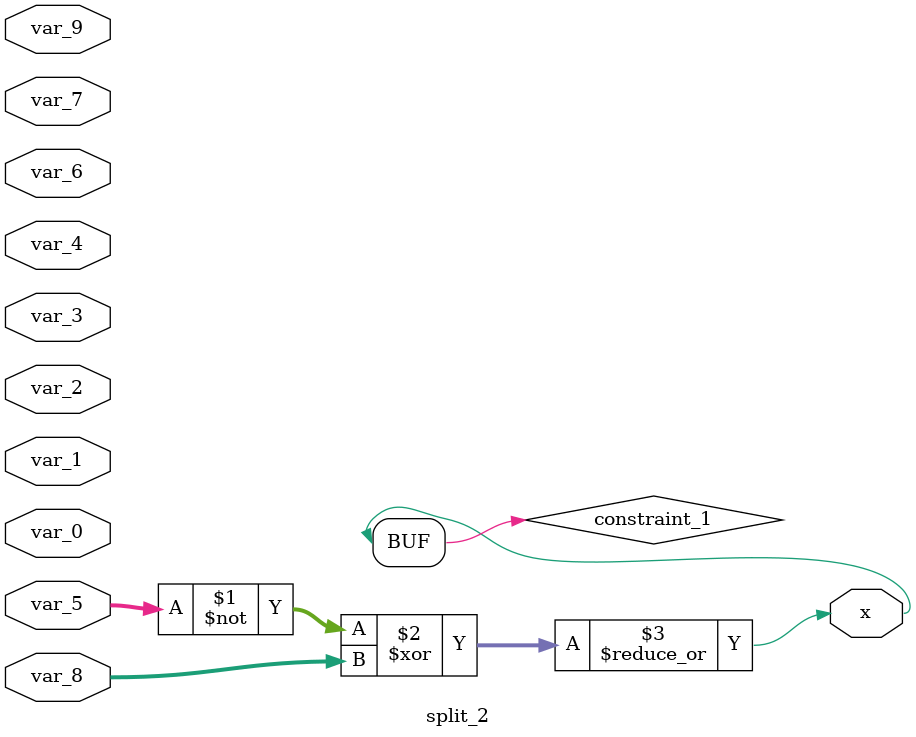
<source format=v>
module split_2(var_0, var_1, var_2, var_3, var_4, var_5, var_6, var_7, var_8, var_9, x);
    input [15:0] var_0;
    input [21:0] var_1;
    input [3:0] var_2;
    input [27:0] var_3;
    input [18:0] var_4;
    input [17:0] var_5;
    input [18:0] var_6;
    input [13:0] var_7;
    input [15:0] var_8;
    input [28:0] var_9;
    output wire x;

    wire constraint_1;

    assign constraint_1 = |(((~(var_5)) ^ var_8));
    assign x = constraint_1;
endmodule

</source>
